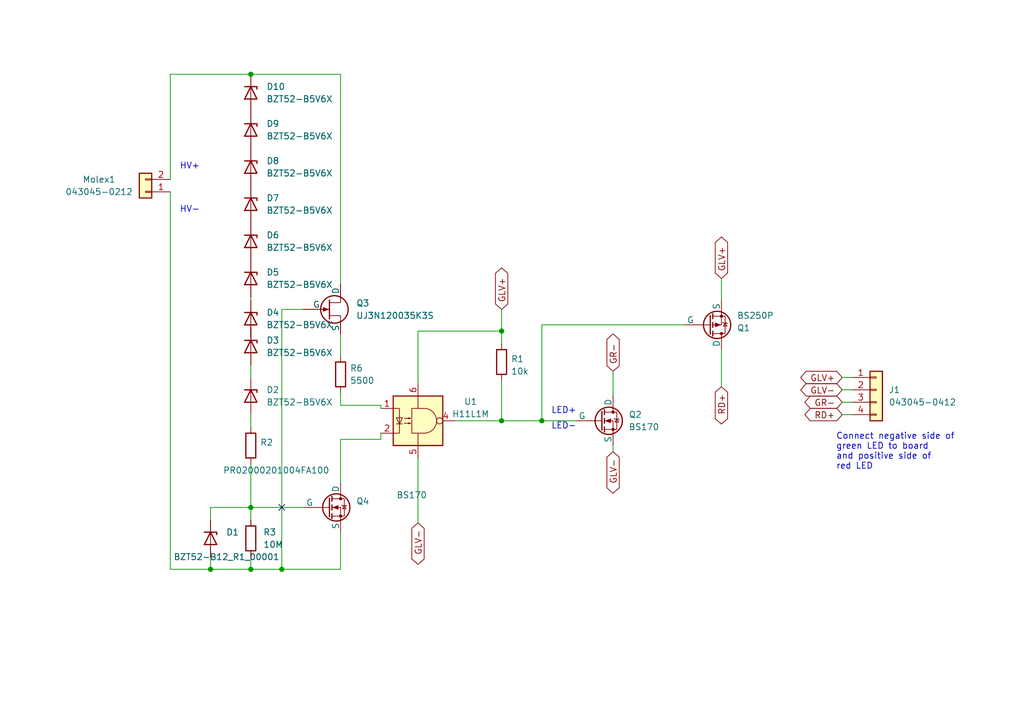
<source format=kicad_sch>
(kicad_sch (version 20230121) (generator eeschema)
  (paper "A5")
  (lib_symbols
    (symbol "Connector_Generic:Conn_01x02" (pin_names (offset 1.016) hide)
      (property "Reference" "J" (at 0 2.54 0))
      (property "Value" "Conn_01x02" (at 0 -5.08 0))
      (symbol "Conn_01x02_1_1"
        (rectangle (start -1.27 -2.413) (end 0 -2.667) (stroke (width 0.1524)))
        (rectangle (start -1.27 0.127) (end 0 -0.127) (stroke (width 0.1524)))
        (rectangle (start -1.27 1.27) (end 1.27 -3.81) (stroke (width 0.254)) (fill (type background)))
        (pin passive line (at -5.08 0 0) (length 3.81) (name "Pin_1") (number "1"))
        (pin passive line (at -5.08 -2.54 0) (length 3.81) (name "Pin_2") (number "2"))
      )
    )
    (symbol "Connector_Generic:Conn_01x04" (pin_names (offset 1.016) hide)
      (property "Reference" "J" (at 0 5.08 0))
      (property "Value" "Conn_01x04" (at 0 -7.62 0))
      (symbol "Conn_01x04_1_1"
        (rectangle (start -1.27 -4.953) (end 0 -5.207) (stroke (width 0.1524)))
        (rectangle (start -1.27 -2.413) (end 0 -2.667) (stroke (width 0.1524)))
        (rectangle (start -1.27 0.127) (end 0 -0.127) (stroke (width 0.1524)))
        (rectangle (start -1.27 2.667) (end 0 2.413) (stroke (width 0.1524)))
        (rectangle (start -1.27 3.81) (end 1.27 -6.35) (stroke (width 0.254)) (fill (type background)))
        (pin passive line (at -5.08 2.54 0) (length 3.81) (name "Pin_1") (number "1"))
        (pin passive line (at -5.08 0 0) (length 3.81) (name "Pin_2") (number "2"))
        (pin passive line (at -5.08 -2.54 0) (length 3.81) (name "Pin_3") (number "3"))
        (pin passive line (at -5.08 -5.08 0) (length 3.81) (name "Pin_4") (number "4"))
      )
    )
    (symbol "Device:D_Zener" (pin_numbers hide) (pin_names (offset 1.016) hide)
      (property "Reference" "D" (at 0 2.54 0))
      (property "Value" "D_Zener" (at 0 -2.54 0))
      (symbol "D_Zener_0_1"
        (polyline (pts (xy 1.27 0) (xy -1.27 0)))
        (polyline (pts (xy -1.27 -1.27) (xy -1.27 1.27) (xy -0.762 1.27)) (stroke (width 0.254)))
        (polyline (pts (xy 1.27 -1.27) (xy 1.27 1.27) (xy -1.27 0) (xy 1.27 -1.27)) (stroke (width 0.254)))
      )
      (symbol "D_Zener_1_1"
        (pin passive line (at -3.81 0 0) (length 2.54) (name "K") (number "1"))
        (pin passive line (at 3.81 0 180) (length 2.54) (name "A") (number "2"))
      )
    )
    (symbol "Device:R" (pin_numbers hide) (pin_names (offset 0))
      (property "Reference" "R" (at 2.032 0 90))
      (property "Value" "R" (at 0 0 90))
      (symbol "R_0_1"
        (rectangle (start -1.016 -2.54) (end 1.016 2.54) (stroke (width 0.254)))
      )
      (symbol "R_1_1"
        (pin passive line (at 0 3.81 270) (length 1.27) (name "~") (number "1"))
        (pin passive line (at 0 -3.81 90) (length 1.27) (name "~") (number "2"))
      )
    )
    (symbol "Isolator:H11L1" (pin_names (offset 1.016))
      (property "Reference" "U" (at 1.27 8.89 0))
      (property "Value" "H11L1" (at 1.27 6.35 0))
      (symbol "H11L1_0_1"
        (rectangle (start -5.08 5.08) (end 5.08 -5.08) (stroke (width 0.254)) (fill (type background)))
        (polyline (pts (xy -4.445 -0.635) (xy -3.175 -0.635)))
        (polyline (pts (xy 0 2.54) (xy 0 5.08)))
        (polyline (pts (xy 0 -2.54) (xy 0 -5.08) (xy 0 -3.81)))
        (polyline (pts (xy -5.08 -2.54) (xy -3.81 -2.54) (xy -3.81 2.54) (xy -5.08 2.54)))
        (polyline (pts (xy -3.81 -0.635) (xy -4.445 0.635) (xy -3.175 0.635) (xy -3.81 -0.635)))
        (polyline (pts (xy 1.27 -2.54) (xy -1.27 -2.54) (xy -1.27 2.54) (xy 1.27 2.54)))
        (polyline (pts (xy -2.794 -0.508) (xy -1.524 -0.508) (xy -1.905 -0.635) (xy -1.905 -0.381) (xy -1.524 -0.508)))
        (polyline (pts (xy -2.794 0.508) (xy -1.524 0.508) (xy -1.905 0.381) (xy -1.905 0.635) (xy -1.524 0.508)))
        (arc (start 1.27 -2.54) (mid 3.799 0) (end 1.27 2.54))
      )
      (symbol "H11L1_1_1"
        (pin passive line (at -7.62 2.54 0) (length 2.54) (name "~") (number "1"))
        (pin passive line (at -7.62 -2.54 0) (length 2.54) (name "~") (number "2"))
        (pin no_connect line (at -5.08 0 0) (length 2.54) hide (name "~") (number "3"))
        (pin output inverted (at 7.62 0 180) (length 3.81) (name "~") (number "4"))
        (pin power_in line (at 0 -7.62 90) (length 2.54) (name "~") (number "5"))
        (pin power_in line (at 0 7.62 270) (length 2.54) (name "~") (number "6"))
      )
    )
    (symbol "Simulation_SPICE:NJFET" (pin_numbers hide) (pin_names (offset 0))
      (property "Reference" "Q3" (at 5.715 1.27 0))
      (property "Value" "UJ3N120035K3S" (at 5.715 -1.27 0))
      (symbol "NJFET_0_1"
        (polyline (pts (xy 0.254 1.905) (xy 0.254 -1.905) (xy 0.254 -1.905)) (stroke (width 0.254)))
        (polyline (pts (xy 2.54 -2.54) (xy 2.54 -1.27) (xy 0.254 -1.27)))
        (polyline (pts (xy 2.54 2.54) (xy 2.54 1.397) (xy 0.254 1.397)))
        (polyline (pts (xy 0 0) (xy -1.016 0.381) (xy -1.016 -0.381) (xy 0 0)) (fill (type outline)))
        (circle (center 1.27 0) (radius 2.8194) (stroke (width 0.254)))
      )
      (symbol "NJFET_1_1"
        (pin input line (at -5.08 0 0) (length 5.334) (name "G") (number "1"))
        (pin passive line (at 2.54 5.08 270) (length 2.54) (name "D") (number "2"))
        (pin passive line (at 2.54 -5.08 90) (length 2.54) (name "S") (number "3"))
      )
    )
    (symbol "Simulation_SPICE:NMOS" (pin_numbers hide) (pin_names (offset 0))
      (property "Reference" "Q" (at 5.08 1.27 0))
      (property "Value" "NMOS" (at 5.08 -1.27 0))
      (symbol "NMOS_0_1"
        (polyline (pts (xy 0.254 0) (xy -2.54 0)))
        (polyline (pts (xy 0.254 1.905) (xy 0.254 -1.905)) (stroke (width 0.254)))
        (polyline (pts (xy 0.762 -1.27) (xy 0.762 -2.286)) (stroke (width 0.254)))
        (polyline (pts (xy 0.762 0.508) (xy 0.762 -0.508)) (stroke (width 0.254)))
        (polyline (pts (xy 0.762 2.286) (xy 0.762 1.27)) (stroke (width 0.254)))
        (polyline (pts (xy 2.54 2.54) (xy 2.54 1.778)))
        (polyline (pts (xy 2.54 -2.54) (xy 2.54 0) (xy 0.762 0)))
        (polyline (pts (xy 0.762 -1.778) (xy 3.302 -1.778) (xy 3.302 1.778) (xy 0.762 1.778)))
        (polyline (pts (xy 1.016 0) (xy 2.032 0.381) (xy 2.032 -0.381) (xy 1.016 0)) (fill (type outline)))
        (polyline (pts (xy 2.794 0.508) (xy 2.921 0.381) (xy 3.683 0.381) (xy 3.81 0.254)))
        (polyline (pts (xy 3.302 0.381) (xy 2.921 -0.254) (xy 3.683 -0.254) (xy 3.302 0.381)))
        (circle (center 1.651 0) (radius 2.794) (stroke (width 0.254)))
        (circle (center 2.54 -1.778) (radius 0.254) (fill (type outline)))
        (circle (center 2.54 1.778) (radius 0.254) (fill (type outline)))
      )
      (symbol "NMOS_1_1"
        (pin passive line (at 2.54 5.08 270) (length 2.54) (name "D") (number "1"))
        (pin input line (at -5.08 0 0) (length 2.54) (name "G") (number "2"))
        (pin passive line (at 2.54 -5.08 90) (length 2.54) (name "S") (number "3"))
      )
    )
    (symbol "Simulation_SPICE:PMOS" (pin_numbers hide) (pin_names (offset 0))
      (property "Reference" "Q" (at 5.08 1.27 0))
      (property "Value" "PMOS" (at 5.08 -1.27 0))
      (symbol "PMOS_0_1"
        (polyline (pts (xy 0.254 0) (xy -2.54 0)))
        (polyline (pts (xy 0.254 1.905) (xy 0.254 -1.905)) (stroke (width 0.254)))
        (polyline (pts (xy 0.762 -1.27) (xy 0.762 -2.286)) (stroke (width 0.254)))
        (polyline (pts (xy 0.762 0.508) (xy 0.762 -0.508)) (stroke (width 0.254)))
        (polyline (pts (xy 0.762 2.286) (xy 0.762 1.27)) (stroke (width 0.254)))
        (polyline (pts (xy 2.54 2.54) (xy 2.54 1.778)))
        (polyline (pts (xy 2.54 -2.54) (xy 2.54 0) (xy 0.762 0)))
        (polyline (pts (xy 0.762 1.778) (xy 3.302 1.778) (xy 3.302 -1.778) (xy 0.762 -1.778)))
        (polyline (pts (xy 2.286 0) (xy 1.27 0.381) (xy 1.27 -0.381) (xy 2.286 0)) (fill (type outline)))
        (polyline (pts (xy 2.794 -0.508) (xy 2.921 -0.381) (xy 3.683 -0.381) (xy 3.81 -0.254)))
        (polyline (pts (xy 3.302 -0.381) (xy 2.921 0.254) (xy 3.683 0.254) (xy 3.302 -0.381)))
        (circle (center 1.651 0) (radius 2.794) (stroke (width 0.254)))
        (circle (center 2.54 -1.778) (radius 0.254) (fill (type outline)))
        (circle (center 2.54 1.778) (radius 0.254) (fill (type outline)))
      )
      (symbol "PMOS_1_1"
        (pin passive line (at 2.54 5.08 270) (length 2.54) (name "D") (number "1"))
        (pin input line (at -5.08 0 0) (length 2.54) (name "G") (number "2"))
        (pin passive line (at 2.54 -5.08 90) (length 2.54) (name "S") (number "3"))
      )
    )
  )
  (junction (at 51.435 15.24))
  (junction (at 51.435 116.84))
  (junction (at 51.435 104.14))
  (junction (at 102.87 67.945))
  (junction (at 102.87 86.36))
  (junction (at 57.785 116.84))
  (junction (at 111.125 86.36))
  (junction (at 43.18 116.84))
  (no_connect (at 57.785 104.14))
  (wire (pts (xy 78.105 90.17) (xy 69.85 90.17)))
  (wire (pts (xy 57.785 63.5) (xy 57.785 116.84)))
  (wire (pts (xy 51.435 67.31) (xy 51.435 69.215)))
  (wire (pts (xy 172.72 77.47) (xy 174.625 77.47)))
  (wire (pts (xy 69.85 109.22) (xy 69.85 116.84)))
  (wire (pts (xy 140.335 66.675) (xy 111.125 66.675)))
  (wire (pts (xy 69.85 15.24) (xy 69.85 58.42)))
  (wire (pts (xy 69.85 90.17) (xy 69.85 99.06)))
  (wire (pts (xy 172.72 82.55) (xy 174.625 82.55)))
  (wire (pts (xy 85.725 93.98) (xy 85.725 107.315)))
  (wire (pts (xy 147.955 57.15) (xy 147.955 61.595)))
  (wire (pts (xy 34.925 15.24) (xy 34.925 36.83)))
  (wire (pts (xy 111.125 86.36) (xy 118.11 86.36)))
  (wire (pts (xy 51.435 104.14) (xy 51.435 95.25)))
  (wire (pts (xy 69.85 83.185) (xy 69.85 80.645)))
  (wire (pts (xy 172.72 85.09) (xy 174.625 85.09)))
  (wire (pts (xy 147.955 71.755) (xy 147.955 79.375)))
  (wire (pts (xy 43.18 116.84) (xy 51.435 116.84)))
  (wire (pts (xy 78.105 83.185) (xy 78.105 83.82)))
  (wire (pts (xy 51.435 116.84) (xy 57.785 116.84)))
  (wire (pts (xy 51.435 74.93) (xy 51.435 77.47)))
  (wire (pts (xy 93.345 86.36) (xy 102.87 86.36)))
  (wire (pts (xy 102.87 86.36) (xy 111.125 86.36)))
  (wire (pts (xy 43.18 104.14) (xy 51.435 104.14)))
  (wire (pts (xy 43.18 116.84) (xy 43.18 114.3)))
  (wire (pts (xy 78.105 88.9) (xy 78.105 90.17)))
  (wire (pts (xy 172.72 80.01) (xy 174.625 80.01)))
  (wire (pts (xy 34.925 116.84) (xy 43.18 116.84)))
  (wire (pts (xy 34.925 15.24) (xy 51.435 15.24)))
  (wire (pts (xy 78.105 83.185) (xy 69.85 83.185)))
  (wire (pts (xy 69.85 68.58) (xy 69.85 73.025)))
  (wire (pts (xy 85.725 67.945) (xy 102.87 67.945)))
  (wire (pts (xy 43.18 104.14) (xy 43.18 106.68)))
  (wire (pts (xy 102.87 63.5) (xy 102.87 67.945)))
  (wire (pts (xy 51.435 61.595) (xy 51.435 60.96)))
  (wire (pts (xy 51.435 116.84) (xy 51.435 114.3)))
  (wire (pts (xy 51.435 104.14) (xy 62.23 104.14)))
  (wire (pts (xy 51.435 104.14) (xy 51.435 106.68)))
  (wire (pts (xy 34.925 39.37) (xy 34.925 116.84)))
  (wire (pts (xy 57.785 116.84) (xy 69.85 116.84)))
  (wire (pts (xy 111.125 66.675) (xy 111.125 86.36)))
  (wire (pts (xy 125.73 91.44) (xy 125.73 92.71)))
  (wire (pts (xy 85.725 78.74) (xy 85.725 67.945)))
  (wire (pts (xy 51.435 85.09) (xy 51.435 87.63)))
  (wire (pts (xy 102.87 86.36) (xy 102.87 78.105)))
  (wire (pts (xy 102.87 67.945) (xy 102.87 70.485)))
  (wire (pts (xy 51.435 15.24) (xy 69.85 15.24)))
  (wire (pts (xy 125.73 76.2) (xy 125.73 81.28)))
  (wire (pts (xy 57.785 63.5) (xy 62.23 63.5)))
  (text "Connect negative side of\ngreen LED to board\nand positive side of \nred LED" (at 171.45 96.52 0) (effects (font (size 1.27 1.27)) (justify left bottom)))
  (text "LED-" (at 113.03 88.265 0) (effects (font (size 1.27 1.27)) (justify left bottom)))
  (text "LED+" (at 113.03 85.09 0) (effects (font (size 1.27 1.27)) (justify left bottom)))
  (text "HV+" (at 36.83 34.925 0) (effects (font (size 1.27 1.27)) (justify left bottom)))
  (text "HV-" (at 36.83 43.815 0) (effects (font (size 1.27 1.27)) (justify left bottom)))
  (global_label "GLV+" (shape bidirectional) (at 147.955 57.15 90) (property "Intersheetrefs" "${INTERSHEET_REFS}" (effects hide)))
  (global_label "GLV-" (shape bidirectional) (at 125.73 92.71 270) (property "Intersheetrefs" "${INTERSHEET_REFS}" (effects hide)))
  (global_label "GR-" (shape bidirectional) (at 172.72 82.55 180) (property "Intersheetrefs" "${INTERSHEET_REFS}" (effects hide)))
  (global_label "GLV+" (shape bidirectional) (at 102.87 63.5 90) (property "Intersheetrefs" "${INTERSHEET_REFS}" (effects hide)))
  (global_label "GLV-" (shape bidirectional) (at 85.725 107.315 270) (property "Intersheetrefs" "${INTERSHEET_REFS}" (effects hide)))
  (global_label "GLV+" (shape bidirectional) (at 172.72 77.47 180) (property "Intersheetrefs" "${INTERSHEET_REFS}" (effects hide)))
  (global_label "RD+" (shape bidirectional) (at 147.955 79.375 270) (property "Intersheetrefs" "${INTERSHEET_REFS}" (effects hide)))
  (global_label "RD+" (shape bidirectional) (at 172.72 85.09 180) (property "Intersheetrefs" "${INTERSHEET_REFS}" (effects hide)))
  (global_label "GLV-" (shape bidirectional) (at 172.72 80.01 180) (property "Intersheetrefs" "${INTERSHEET_REFS}" (effects hide)))
  (global_label "GR-" (shape bidirectional) (at 125.73 76.2 90) (property "Intersheetrefs" "${INTERSHEET_REFS}" (effects hide)))
  (symbol (lib_id "Device:R") (at 69.85 76.835 0) (unit 1)
    (property "Reference" "R6" (at 71.755 75.565 0) (effects (justify left)))
    (property "Value" "5500" (at 71.755 78.105 0) (effects (justify left)))
    (property "Footprint" "Resistor_THT:R_Axial_DIN0207_L6.3mm_D2.5mm_P7.62mm_Horizontal" (effects hide))
  )
  (symbol (lib_id "Device:R") (at 51.435 91.44 0) (unit 1)
    (property "Reference" "R2" (at 53.34 90.805 0) (effects (justify left)))
    (property "Value" "PR02000201004FA100" (at 45.72 96.52 0) (effects (justify left)))
    (property "Footprint" "Resistor_THT:R_Axial_DIN0207_L6.3mm_D2.5mm_P7.62mm_Horizontal" (effects hide))
  )
  (symbol (lib_id "Simulation_SPICE:NMOS") (at 123.19 86.36 0) (unit 1)
    (property "Reference" "Q2" (at 128.905 85.09 0) (effects (justify left)))
    (property "Value" "BS170" (at 128.905 87.63 0) (effects (justify left)))
    (property "Footprint" "Package_TO_SOT_THT:TO-92" (effects hide))
    (property "Datasheet" "https://ngspice.sourceforge.io/docs/ngspice-manual.pdf" (effects hide))
    (property "Sim.Device" "NMOS" (effects hide))
    (property "Sim.Type" "VDMOS" (effects hide))
    (property "Sim.Pins" "1=D 2=G 3=S" (effects hide))
  )
  (symbol (lib_id "Device:D_Zener") (at 51.435 49.53 270) (unit 1)
    (property "Reference" "D6" (at 54.61 48.26 90) (effects (justify left)))
    (property "Value" "BZT52-B5V6X" (at 54.61 50.8 90) (effects (justify left)))
    (property "Footprint" "Diode_SMD:D_SOD-123" (effects hide))
  )
  (symbol (lib_id "Simulation_SPICE:NJFET") (at 67.31 63.5 0) (unit 1)
    (property "Reference" "Q3" (at 73.025 62.23 0) (effects (justify left)))
    (property "Value" "UJ3N120035K3S" (at 73.025 64.77 0) (effects (justify left)))
    (property "Footprint" "Package_TO_SOT_THT:TO-247-3_Horizontal_TabDown" (effects hide))
    (property "Sim.Device" "NJFET" (effects hide))
    (property "Sim.Type" "SHICHMANHODGES" (effects hide))
    (property "Sim.Pins" "1=D 2=G 3=S" (effects hide))
  )
  (symbol (lib_id "Device:D_Zener") (at 51.435 81.28 270) (unit 1)
    (property "Reference" "D2" (at 54.61 80.01 90) (effects (justify left)))
    (property "Value" "BZT52-B5V6X" (at 54.61 82.55 90) (effects (justify left)))
    (property "Footprint" "Diode_SMD:D_SOD-123" (effects hide))
  )
  (symbol (lib_id "Device:D_Zener") (at 51.435 19.05 270) (unit 1)
    (property "Reference" "D10" (at 54.61 17.78 90) (effects (justify left)))
    (property "Value" "BZT52-B5V6X" (at 54.61 20.32 90) (effects (justify left)))
    (property "Footprint" "Diode_SMD:D_SOD-123" (effects hide))
  )
  (symbol (lib_id "Device:R") (at 51.435 110.49 0) (unit 1)
    (property "Reference" "R3" (at 53.975 109.22 0) (effects (justify left)))
    (property "Value" "10M" (at 53.975 111.76 0) (effects (justify left)))
    (property "Footprint" "Resistor_THT:R_Axial_DIN0207_L6.3mm_D2.5mm_P7.62mm_Horizontal" (effects hide))
  )
  (symbol (lib_id "Simulation_SPICE:NMOS") (at 67.31 104.14 0) (unit 1)
    (property "Reference" "Q4" (at 73.025 102.87 0) (effects (justify left)))
    (property "Value" "BS170" (at 81.28 101.6 0) (effects (justify left)))
    (property "Footprint" "Package_TO_SOT_THT:TO-92" (effects hide))
    (property "Datasheet" "https://ngspice.sourceforge.io/docs/ngspice-manual.pdf" (effects hide))
    (property "Sim.Device" "NMOS" (effects hide))
    (property "Sim.Type" "VDMOS" (effects hide))
    (property "Sim.Pins" "1=D 2=G 3=S" (effects hide))
  )
  (symbol (lib_id "Isolator:H11L1") (at 85.725 86.36 0) (unit 1)
    (property "Reference" "U1" (at 96.52 82.4231 0))
    (property "Value" "H11L1M" (at 96.52 84.9631 0))
    (property "Footprint" "Package_DIP:DIP-6_W7.62mm" (effects hide))
    (property "Datasheet" "https://www.onsemi.com/pub/Collateral/H11L3M-D.PDF" (effects hide))
  )
  (symbol (lib_id "Device:D_Zener") (at 51.435 71.12 270) (unit 1)
    (property "Reference" "D3" (at 54.61 69.85 90) (effects (justify left)))
    (property "Value" "BZT52-B5V6X" (at 54.61 72.39 90) (effects (justify left)))
    (property "Footprint" "Diode_SMD:D_SOD-123" (effects hide))
  )
  (symbol (lib_id "Device:D_Zener") (at 51.435 57.15 270) (unit 1)
    (property "Reference" "D5" (at 54.61 55.88 90) (effects (justify left)))
    (property "Value" "BZT52-B5V6X" (at 54.61 58.42 90) (effects (justify left)))
    (property "Footprint" "Diode_SMD:D_SOD-123" (effects hide))
  )
  (symbol (lib_id "Connector_Generic:Conn_01x04") (at 179.705 80.01 0) (unit 1)
    (property "Reference" "J1" (at 182.245 80.01 0) (effects (justify left)))
    (property "Value" "043045-0412" (at 182.245 82.55 0) (effects (justify left)))
    (property "Footprint" "Connector_Molex:Molex_Micro-Fit_3.0_43045-0412_2x02_P3.00mm_Vertical" (effects hide))
  )
  (symbol (lib_id "Connector_Generic:Conn_01x02") (at 29.845 39.37 180) (unit 1)
    (property "Reference" "Molex1" (at 20.32 36.83 0))
    (property "Value" "043045-0212" (at 20.32 39.37 0))
    (property "Footprint" "Connector_Molex:Molex_Micro-Fit_3.0_43045-0212_2x01_P3.00mm_Vertical" (effects hide))
  )
  (symbol (lib_id "Device:D_Zener") (at 43.18 110.49 270) (unit 1)
    (property "Reference" "D1" (at 46.355 109.22 90) (effects (justify left)))
    (property "Value" "BZT52-B12_R1_00001" (at 35.56 114.3 90) (effects (justify left)))
    (property "Footprint" "Diode_SMD:D_SOD-123" (effects hide))
  )
  (symbol (lib_id "Device:D_Zener") (at 51.435 34.29 270) (unit 1)
    (property "Reference" "D8" (at 54.61 33.02 90) (effects (justify left)))
    (property "Value" "BZT52-B5V6X" (at 54.61 35.56 90) (effects (justify left)))
    (property "Footprint" "Diode_SMD:D_SOD-123" (effects hide))
  )
  (symbol (lib_id "Device:D_Zener") (at 51.435 26.67 270) (unit 1)
    (property "Reference" "D9" (at 54.61 25.4 90) (effects (justify left)))
    (property "Value" "BZT52-B5V6X" (at 54.61 27.94 90) (effects (justify left)))
    (property "Footprint" "Diode_SMD:D_SOD-123" (effects hide))
  )
  (symbol (lib_id "Device:D_Zener") (at 51.435 65.405 270) (unit 1)
    (property "Reference" "D4" (at 54.61 64.135 90) (effects (justify left)))
    (property "Value" "BZT52-B5V6X" (at 54.61 66.675 90) (effects (justify left)))
    (property "Footprint" "Diode_SMD:D_SOD-123" (effects hide))
  )
  (symbol (lib_id "Device:D_Zener") (at 51.435 41.91 270) (unit 1)
    (property "Reference" "D7" (at 54.61 40.64 90) (effects (justify left)))
    (property "Value" "BZT52-B5V6X" (at 54.61 43.18 90) (effects (justify left)))
    (property "Footprint" "Diode_SMD:D_SOD-123" (effects hide))
  )
  (symbol (lib_id "Device:R") (at 102.87 74.295 0) (unit 1)
    (property "Reference" "R1" (at 104.775 73.66 0) (effects (justify left)))
    (property "Value" "10k" (at 104.775 76.2 0) (effects (justify left)))
    (property "Footprint" "Resistor_THT:R_Axial_DIN0207_L6.3mm_D2.5mm_P7.62mm_Horizontal" (effects hide))
  )
  (symbol (lib_id "Simulation_SPICE:PMOS") (at 145.415 66.675 0) (mirror x) (unit 1)
    (property "Reference" "Q1" (at 151.13 67.31 0) (effects (justify left)))
    (property "Value" "BS250P" (at 151.13 64.77 0) (effects (justify left)))
    (property "Footprint" "Package_TO_SOT_THT:TO-92" (effects hide))
    (property "Datasheet" "https://ngspice.sourceforge.io/docs/ngspice-manual.pdf" (effects hide))
    (property "Sim.Device" "PMOS" (effects hide))
    (property "Sim.Type" "VDMOS" (effects hide))
    (property "Sim.Pins" "1=D 2=G 3=S" (effects hide))
  )
)
</source>
